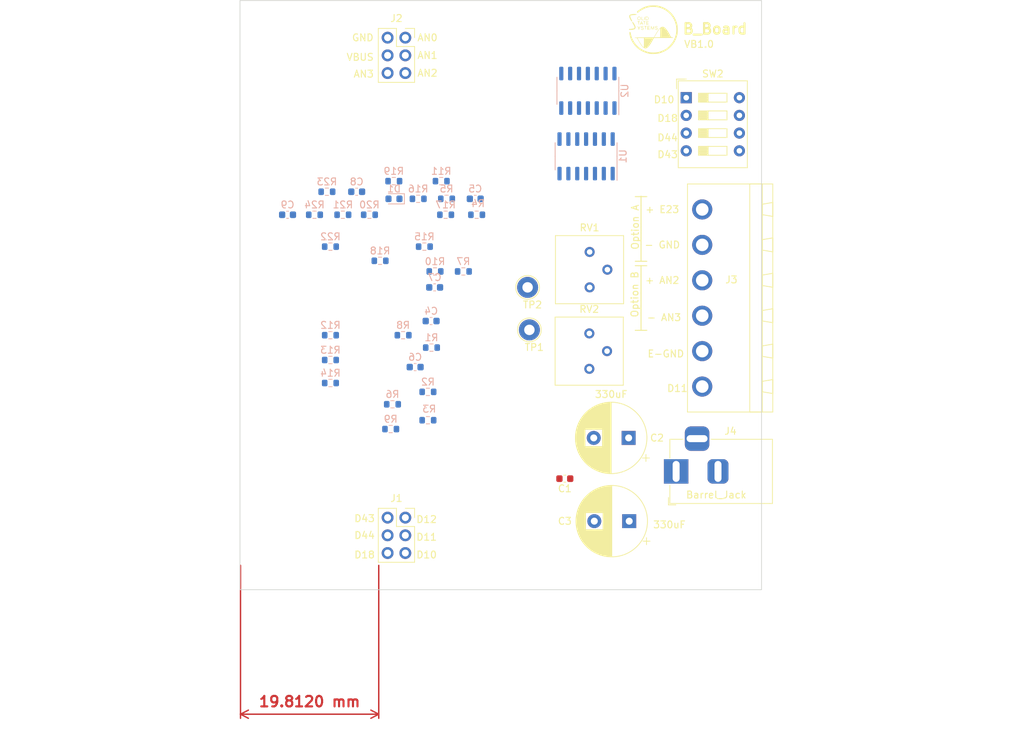
<source format=kicad_pcb>
(kicad_pcb (version 20221018) (generator pcbnew)
  (title_block (title "Bottom Board") (date "2023-03-09") (rev "0"))
  (layers (0 "F.Cu" signal) (31 "B.Cu" signal) (34 "B.Paste" user) (35 "F.Paste" user) (36 "B.SilkS" user "B.Silkscreen") (37 "F.SilkS" user "F.Silkscreen") (38 "B.Mask" user) (39 "F.Mask" user) (44 "Edge.Cuts" user))
  (net 0 "")
  (net 1 "AN3")
  (net 2 "AN2")
  (net 3 "AN1")
  (net 4 "D43")
  (net 5 "D44")
  (net 6 "D18")
  (net 7 "VBUS")
  (net 8 "E60")
  (net 9 "Net-(C4-Pad1)")
  (net 10 "D10")
  (net 11 "D11")
  (net 12 "D12")
  (net 13 "Net-(C4-Pad2)")
  (net 14 "Net-(U1C--)")
  (net 15 "Net-(U1C-+)")
  (net 16 "Net-(U2B-+)")
  (net 17 "Net-(C7-Pad1)")
  (net 18 "Net-(C8-Pad1)")
  (net 19 "Net-(C8-Pad2)")
  (net 20 "Net-(U1A-+)")
  (net 21 "Net-(D1-K)")
  (net 22 "Net-(D1-A)")
  (net 23 "Net-(R2-Pad1)")
  (net 24 "+5V")
  (net 25 "-5V")
  (net 26 "Net-(R3-Pad2)")
  (net 27 "E23_INPUT")
  (net 28 "Net-(U2B--)")
  (net 29 "Net-(R6-Pad2)")
  (net 30 "Net-(R10-Pad1)")
  (net 31 "Net-(R11-Pad2)")
  (net 32 "2x_OUTPUT")
  (net 33 "4x_OUTPUT")
  (net 34 "Net-(R15-Pad2)")
  (net 35 "Net-(U1B--)")
  (net 36 "Net-(U1B-+)")
  (net 37 "Net-(R18-Pad1)")
  (net 38 "Net-(U1D--)")
  (net 39 "Net-(U1A--)")
  (footprint "Capacitor_SMD:C_0603_1608Metric" (layer "F.Cu") (at 146.558 131.572 180)
    (fp_text reference "C1" (at 0 -1.43 180) (layer "F.SilkS"))
    (fp_text value ".1uF")
    (pad "1" smd roundrect (at -0.775 0 180) (size 0.9 0.95) (layers "F.Cu" "F.Paste" "F.Mask") (net 7 "VBUS"))
    (pad "2" smd roundrect (at 0.775 0 180) (size 0.9 0.95) (layers "F.Cu" "F.Paste" "F.Mask") (net 3 "AN1"))
  )
  (footprint "Capacitor_THT:CP_Radial_D10.0mm_P5.00mm" (layer "F.Cu") (at 155.702 125.73 180)
    (fp_text reference "C2" (at -4.064 0 180) (layer "F.SilkS"))
    (fp_text value "330uF" (at 2.5 6.25 180) (layer "F.SilkS"))
    (pad "1" thru_hole rect (at 0 0 180) (size 2 2) (drill 1) (layers "*.Cu" "*.Mask") (net 7 "VBUS"))
    (pad "2" thru_hole circle (at 5 0 180) (size 2 2) (drill 1) (layers "*.Cu" "*.Mask") (net 3 "AN1"))
  )
  (footprint "LOGO" (layer "F.Cu") (at 159.258 67.183)
    (fp_text reference "G***" hide)
    (fp_text value "LOGO" hide)
  )
  (footprint "Capacitor_THT:CP_Radial_D10.0mm_P5.00mm" (layer "F.Cu") (at 155.783677 137.668 180)
    (fp_text reference "C3" (at 9.225677 0 180) (layer "F.SilkS"))
    (fp_text value "330uF" (at -5.760323 -0.508 180) (layer "F.SilkS"))
    (pad "1" thru_hole rect (at 0 0 180) (size 2 2) (drill 1) (layers "*.Cu" "*.Mask") (net 7 "VBUS"))
    (pad "2" thru_hole circle (at 5 0 180) (size 2 2) (drill 1) (layers "*.Cu" "*.Mask") (net 3 "AN1"))
  )
  (footprint "Connector_PinSocket_2.54mm:PinSocket_2x03_P2.54mm_Vertical" (layer "F.Cu") (at 123.698 68.326)
    (fp_text reference "J2" (at -1.27 -2.77) (layer "F.SilkS"))
    (fp_text value "Conn_02x03_Top_Bottom")
    (pad "1" thru_hole circle locked (at 0 0) (size 1.7 1.7) (drill 1) (layers "*.Cu" "*.Mask") (net 32 "2x_OUTPUT"))
    (pad "2" thru_hole oval locked (at -2.54 0) (size 1.7 1.7) (drill 1) (layers "*.Cu" "*.Mask") (net 3 "AN1"))
    (pad "3" thru_hole oval locked (at 0 2.54) (size 1.7 1.7) (drill 1) (layers "*.Cu" "*.Mask") (net 3 "AN1"))
    (pad "4" thru_hole oval locked (at -2.54 2.54) (size 1.7 1.7) (drill 1) (layers "*.Cu" "*.Mask") (net 7 "VBUS"))
    (pad "5" thru_hole oval locked (at 0 5.08) (size 1.7 1.7) (drill 1) (layers "*.Cu" "*.Mask") (net 2 "AN2"))
    (pad "6" thru_hole oval locked (at -2.54 5.08) (size 1.7 1.7) (drill 1) (layers "*.Cu" "*.Mask") (net 1 "AN3"))
  )
  (footprint "Connector_Phoenix_MSTB:PhoenixContact_MSTBA_2,5_6-G-5,08_1x06_P5.08mm_Horizontal" (layer "F.Cu") (at 166.250125 118.364 90)
    (fp_text reference "J3" (at 15.320462 4.183875 180) (layer "F.SilkS"))
    (fp_text value "Screw_Terminal_01x06")
    (pad "1" thru_hole circle locked (at 0 0 90) (size 2.88 2.88) (drill 1.8) (layers "*.Cu" "*.Mask") (net 11 "D11"))
    (pad "2" thru_hole circle locked (at 5.08 0 90) (size 2.88 2.88) (drill 1.8) (layers "*.Cu" "*.Mask") (net 3 "AN1"))
    (pad "3" thru_hole circle locked (at 10.16 0 90) (size 2.88 2.88) (drill 1.8) (layers "*.Cu" "*.Mask") (net 1 "AN3"))
    (pad "4" thru_hole circle locked (at 15.24 0 90) (size 2.88 2.88) (drill 1.8) (layers "*.Cu" "*.Mask") (net 2 "AN2"))
    (pad "5" thru_hole circle locked (at 20.32 0 90) (size 2.88 2.88) (drill 1.8) (layers "*.Cu" "*.Mask") (net 3 "AN1"))
    (pad "6" thru_hole circle locked (at 25.4 0 90) (size 2.88 2.88) (drill 1.8) (layers "*.Cu" "*.Mask") (net 27 "E23_INPUT"))
  )
  (footprint "TestPoint:TestPoint_Loop_D2.54mm_Drill1.5mm_Beaded" (layer "F.Cu") (at 141.478 110.236)
    (fp_text reference "TP1" (at 0.7 2.5) (layer "F.SilkS"))
    (fp_text value ".75 Vdc")
    (pad "1" thru_hole circle (at 0 0) (size 3 3) (drill 1.5) (layers "*.Cu" "*.Mask") (net 9 "Net-(C4-Pad1)"))
  )
  (footprint "Connector_PinSocket_2.54mm:PinSocket_2x03_P2.54mm_Vertical" (layer "F.Cu") (at 123.698 137.16)
    (fp_text reference "J1" (at -1.27 -2.77) (layer "F.SilkS"))
    (fp_text value "Conn_02x03_Top_Bottom")
    (pad "1" thru_hole circle locked (at 0 0) (size 1.7 1.7) (drill 1) (layers "*.Cu" "*.Mask") (net 12 "D12"))
    (pad "2" thru_hole oval locked (at -2.54 0) (size 1.7 1.7) (drill 1) (layers "*.Cu" "*.Mask") (net 4 "D43"))
    (pad "3" thru_hole oval locked (at 0 2.54) (size 1.7 1.7) (drill 1) (layers "*.Cu" "*.Mask") (net 11 "D11"))
    (pad "4" thru_hole oval locked (at -2.54 2.54) (size 1.7 1.7) (drill 1) (layers "*.Cu" "*.Mask") (net 5 "D44"))
    (pad "5" thru_hole oval locked (at 0 5.08) (size 1.7 1.7) (drill 1) (layers "*.Cu" "*.Mask") (net 10 "D10"))
    (pad "6" thru_hole oval locked (at -2.54 5.08) (size 1.7 1.7) (drill 1) (layers "*.Cu" "*.Mask") (net 6 "D18"))
  )
  (footprint "Potentiometer_THT:Potentiometer_Bourns_3386P_Vertical" (layer "F.Cu") (at 150.07 115.824)
    (fp_text reference "RV2" (at -0.015 -8.555) (layer "F.SilkS"))
    (fp_text value "20K")
    (pad "1" thru_hole circle (at 0 0) (size 1.44 1.44) (drill 0.8) (layers "*.Cu" "*.Mask") (net 34 "Net-(R15-Pad2)"))
    (pad "2" thru_hole circle (at 2.54 -2.54) (size 1.44 1.44) (drill 0.8) (layers "*.Cu" "*.Mask") (net 35 "Net-(U1B--)"))
    (pad "3" thru_hole circle (at 0 -5.08) (size 1.44 1.44) (drill 0.8) (layers "*.Cu" "*.Mask") (net 37 "Net-(R18-Pad1)"))
  )
  (footprint "Button_Switch_THT:SW_DIP_SPSTx04_Slide_9.78x12.34mm_W7.62mm_P2.54mm" (layer "F.Cu") (at 163.957 76.93323)
    (fp_text reference "SW2" (at 3.81 -3.42) (layer "F.SilkS"))
    (fp_text value "SW_DIP_x04")
    (pad "1" thru_hole rect locked (at 0 0) (size 1.6 1.6) (drill 0.8) (layers "*.Cu" "*.Mask") (net 10 "D10"))
    (pad "2" thru_hole oval locked (at 0 2.54) (size 1.6 1.6) (drill 0.8) (layers "*.Cu" "*.Mask") (net 6 "D18"))
    (pad "3" thru_hole oval locked (at 0 5.08) (size 1.6 1.6) (drill 0.8) (layers "*.Cu" "*.Mask") (net 5 "D44"))
    (pad "4" thru_hole oval locked (at 0 7.62) (size 1.6 1.6) (drill 0.8) (layers "*.Cu" "*.Mask") (net 4 "D43"))
    (pad "5" thru_hole oval locked (at 7.62 7.62) (size 1.6 1.6) (drill 0.8) (layers "*.Cu" "*.Mask") (net 3 "AN1"))
    (pad "6" thru_hole oval locked (at 7.62 5.08) (size 1.6 1.6) (drill 0.8) (layers "*.Cu" "*.Mask") (net 3 "AN1"))
    (pad "7" thru_hole oval locked (at 7.62 2.54) (size 1.6 1.6) (drill 0.8) (layers "*.Cu" "*.Mask") (net 3 "AN1"))
    (pad "8" thru_hole oval locked (at 7.62 0) (size 1.6 1.6) (drill 0.8) (layers "*.Cu" "*.Mask") (net 3 "AN1"))
  )
  (footprint "TestPoint:TestPoint_Loop_D2.54mm_Drill1.5mm_Beaded" (layer "F.Cu") (at 141.224 104.14)
    (fp_text reference "TP2" (at 0.7 2.5) (layer "F.SilkS"))
    (fp_text value ".55 Vdc")
    (pad "1" thru_hole circle (at 0 0) (size 3 3) (drill 1.5) (layers "*.Cu" "*.Mask") (net 38 "Net-(U1D--)"))
  )
  (footprint "Potentiometer_THT:Potentiometer_Bourns_3386P_Vertical" (layer "F.Cu") (at 150.114 104.14)
    (fp_text reference "RV1" (at -0.015 -8.555) (layer "F.SilkS"))
    (fp_text value "20K")
    (pad "1" thru_hole circle (at 0 0) (size 1.44 1.44) (drill 0.8) (layers "*.Cu" "*.Mask") (net 23 "Net-(R2-Pad1)"))
    (pad "2" thru_hole circle (at 2.54 -2.54) (size 1.44 1.44) (drill 0.8) (layers "*.Cu" "*.Mask") (net 29 "Net-(R6-Pad2)"))
    (pad "3" thru_hole circle (at 0 -5.08) (size 1.44 1.44) (drill 0.8) (layers "*.Cu" "*.Mask") (net 26 "Net-(R3-Pad2)"))
  )
  (footprint "Connector_BarrelJack:BarrelJack_Horizontal" (layer "F.Cu") (at 162.510337 130.533256 180)
    (fp_text reference "J4" (at -7.796663 5.772718 180) (layer "F.SilkS"))
    (fp_text value "Barrel_Jack" (at -5.746 -3.3605) (layer "F.SilkS"))
    (pad "1" thru_hole rect locked (at 0 0 180) (size 3.5 3.5) (drill oval 1 3) (layers "*.Cu" "*.Mask") (net 7 "VBUS"))
    (pad "2" thru_hole roundrect locked (at -6 0 180) (size 3 3.5) (drill oval 1 3) (layers "*.Cu" "*.Mask") (net 3 "AN1"))
    (pad "3" thru_hole roundrect locked (at -3 4.7 180) (size 3.5 3.5) (drill oval 3 1) (layers "*.Cu" "*.Mask") (net 3 "AN1"))
  )
  (footprint "Resistor_SMD:R_0603_1608Metric" (layer "B.Cu") (at 122.046 88.9 180)
    (fp_text reference "R19" (at 0 1.43) (layer "B.SilkS") (effects (justify mirror)))
    (fp_text value "10K")
    (pad "1" smd roundrect (at -0.825 0 180) (size 0.8 0.95) (layers "B.Cu" "B.Paste" "B.Mask") (net 35 "Net-(U1B--)"))
    (pad "2" smd roundrect (at 0.825 0 180) (size 0.8 0.95) (layers "B.Cu" "B.Paste" "B.Mask") (net 21 "Net-(D1-K)"))
  )
  (footprint "Resistor_SMD:R_0603_1608Metric" (layer "B.Cu") (at 128.841 88.9 180)
    (fp_text reference "R11" (at 0 1.43) (layer "B.SilkS") (effects (justify mirror)))
    (fp_text value "110K")
    (pad "1" smd roundrect (at -0.825 0 180) (size 0.8 0.95) (layers "B.Cu" "B.Paste" "B.Mask") (net 14 "Net-(U1C--)"))
    (pad "2" smd roundrect (at 0.825 0 180) (size 0.8 0.95) (layers "B.Cu" "B.Paste" "B.Mask") (net 31 "Net-(R11-Pad2)"))
  )
  (footprint "Capacitor_SMD:C_0603_1608Metric" (layer "B.Cu") (at 127.393 108.966 180)
    (fp_text reference "C4" (at 0 1.43) (layer "B.SilkS") (effects (justify mirror)))
    (fp_text value "0.1uF")
    (pad "1" smd roundrect (at -0.775 0 180) (size 0.9 0.95) (layers "B.Cu" "B.Paste" "B.Mask") (net 9 "Net-(C4-Pad1)"))
    (pad "2" smd roundrect (at 0.775 0 180) (size 0.9 0.95) (layers "B.Cu" "B.Paste" "B.Mask") (net 13 "Net-(C4-Pad2)"))
  )
  (footprint "Resistor_SMD:R_0603_1608Metric" (layer "B.Cu") (at 112.965 98.298 180)
    (fp_text reference "R22" (at 0 1.43) (layer "B.SilkS") (effects (justify mirror)))
    (fp_text value "80.6K")
    (pad "1" smd roundrect (at -0.825 0 180) (size 0.8 0.95) (layers "B.Cu" "B.Paste" "B.Mask") (net 13 "Net-(C4-Pad2)"))
    (pad "2" smd roundrect (at 0.825 0 180) (size 0.8 0.95) (layers "B.Cu" "B.Paste" "B.Mask") (net 39 "Net-(U1A--)"))
  )
  (footprint "Capacitor_SMD:C_0603_1608Metric" (layer "B.Cu") (at 116.725 90.424 180)
    (fp_text reference "C8" (at 0 1.43) (layer "B.SilkS") (effects (justify mirror)))
    (fp_text value ".1uF")
    (pad "1" smd roundrect (at -0.775 0 180) (size 0.9 0.95) (layers "B.Cu" "B.Paste" "B.Mask") (net 18 "Net-(C8-Pad1)"))
    (pad "2" smd roundrect (at 0.775 0 180) (size 0.9 0.95) (layers "B.Cu" "B.Paste" "B.Mask") (net 19 "Net-(C8-Pad2)"))
  )
  (footprint "Package_SO:SOIC-14_3.9x8.7mm_P1.27mm" (layer "B.Cu") (at 149.606 85.344 90)
    (fp_text reference "U1" (at 0 5.28 90) (layer "B.SilkS") (effects (justify mirror)))
    (fp_text value "LM324")
    (pad "1" smd roundrect (at -2.475 3.81 90) (size 1.95 0.6) (layers "B.Cu" "B.Paste" "B.Mask") (net 18 "Net-(C8-Pad1)"))
    (pad "2" smd roundrect (at -2.475 2.54 90) (size 1.95 0.6) (layers "B.Cu" "B.Paste" "B.Mask") (net 39 "Net-(U1A--)"))
    (pad "3" smd roundrect (at -2.475 1.27 90) (size 1.95 0.6) (layers "B.Cu" "B.Paste" "B.Mask") (net 20 "Net-(U1A-+)"))
    (pad "4" smd roundrect (at -2.475 0 90) (size 1.95 0.6) (layers "B.Cu" "B.Paste" "B.Mask") (net 24 "+5V"))
    (pad "5" smd roundrect (at -2.475 -1.27 90) (size 1.95 0.6) (layers "B.Cu" "B.Paste" "B.Mask") (net 36 "Net-(U1B-+)"))
    (pad "6" smd roundrect (at -2.475 -2.54 90) (size 1.95 0.6) (layers "B.Cu" "B.Paste" "B.Mask") (net 35 "Net-(U1B--)"))
    (pad "7" smd roundrect (at -2.475 -3.81 90) (size 1.95 0.6) (layers "B.Cu" "B.Paste" "B.Mask") (net 22 "Net-(D1-A)"))
    (pad "8" smd roundrect (at 2.475 -3.81 90) (size 1.95 0.6) (layers "B.Cu" "B.Paste" "B.Mask") (net 31 "Net-(R11-Pad2)"))
    (pad "9" smd roundrect (at 2.475 -2.54 90) (size 1.95 0.6) (layers "B.Cu" "B.Paste" "B.Mask") (net 14 "Net-(U1C--)"))
    (pad "10" smd roundrect (at 2.475 -1.27 90) (size 1.95 0.6) (layers "B.Cu" "B.Paste" "B.Mask") (net 15 "Net-(U1C-+)"))
    (pad "11" smd roundrect (at 2.475 0 90) (size 1.95 0.6) (layers "B.Cu" "B.Paste" "B.Mask") (net 25 "-5V"))
    (pad "12" smd roundrect (at 2.475 1.27 90) (size 1.95 0.6) (layers "B.Cu" "B.Paste" "B.Mask") (net 21 "Net-(D1-K)"))
    (pad "13" smd roundrect (at 2.475 2.54 90) (size 1.95 0.6) (layers "B.Cu" "B.Paste" "B.Mask") (net 38 "Net-(U1D--)"))
    (pad "14" smd roundrect (at 2.475 3.81 90) (size 1.95 0.6) (layers "B.Cu" "B.Paste" "B.Mask") (net 38 "Net-(U1D--)"))
  )
  (footprint "Resistor_SMD:R_0603_1608Metric" (layer "B.Cu") (at 133.921 93.726 180)
    (fp_text reference "R4" (at -0.191 1.614) (layer "B.SilkS") (effects (justify mirror)))
    (fp_text value "30.1K")
    (pad "1" smd roundrect (at -0.825 0 180) (size 0.8 0.95) (layers "B.Cu" "B.Paste" "B.Mask") (net 27 "E23_INPUT"))
    (pad "2" smd roundrect (at 0.825 0 180) (size 0.8 0.95) (layers "B.Cu" "B.Paste" "B.Mask") (net 8 "E60"))
  )
  (footprint "Resistor_SMD:R_0603_1608Metric" (layer "B.Cu") (at 112.965 117.856 180)
    (fp_text reference "R14" (at 0 1.43) (layer "B.SilkS") (effects (justify mirror)))
    (fp_text value "10K")
    (pad "1" smd roundrect (at -0.825 0 180) (size 0.8 0.95) (layers "B.Cu" "B.Paste" "B.Mask") (net 8 "E60"))
    (pad "2" smd roundrect (at 0.825 0 180) (size 0.8 0.95) (layers "B.Cu" "B.Paste" "B.Mask") (net 33 "4x_OUTPUT"))
  )
  (footprint "Package_SO:SOIC-14_3.9x8.7mm_P1.27mm" (layer "B.Cu") (at 149.86 75.946 90)
    (fp_text reference "U2" (at 0 5.28 90) (layer "B.SilkS") (effects (justify mirror)))
    (fp_text value "LM324")
    (pad "1" smd roundrect (at -2.475 3.81 90) (size 1.95 0.6) (layers "B.Cu" "B.Paste" "B.Mask"))
    (pad "2" smd roundrect (at -2.475 2.54 90) (size 1.95 0.6) (layers "B.Cu" "B.Paste" "B.Mask"))
    (pad "3" smd roundrect (at -2.475 1.27 90) (size 1.95 0.6) (layers "B.Cu" "B.Paste" "B.Mask"))
    (pad "4" smd roundrect (at -2.475 0 90) (size 1.95 0.6) (layers "B.Cu" "B.Paste" "B.Mask") (net 24 "+5V"))
    (pad "5" smd roundrect (at -2.475 -1.27 90) (size 1.95 0.6) (layers "B.Cu" "B.Paste" "B.Mask") (net 16 "Net-(U2B-+)"))
    (pad "6" smd roundrect (at -2.475 -2.54 90) (size 1.95 0.6) (layers "B.Cu" "B.Paste" "B.Mask") (net 28 "Net-(U2B--)"))
    (pad "7" smd roundrect (at -2.475 -3.81 90) (size 1.95 0.6) (layers "B.Cu" "B.Paste" "B.Mask") (net 9 "Net-(C4-Pad1)"))
    (pad "8" smd roundrect (at 2.475 -3.81 90) (size 1.95 0.6) (layers "B.Cu" "B.Paste" "B.Mask"))
    (pad "9" smd roundrect (at 2.475 -2.54 90) (size 1.95 0.6) (layers "B.Cu" "B.Paste" "B.Mask"))
    (pad "10" smd roundrect (at 2.475 -1.27 90) (size 1.95 0.6) (layers "B.Cu" "B.Paste" "B.Mask"))
    (pad "11" smd roundrect (at 2.475 0 90) (size 1.95 0.6) (layers "B.Cu" "B.Paste" "B.Mask") (net 25 "-5V"))
    (pad "12" smd roundrect (at 2.475 1.27 90) (size 1.95 0.6) (layers "B.Cu" "B.Paste" "B.Mask"))
    (pad "13" smd roundrect (at 2.475 2.54 90) (size 1.95 0.6) (layers "B.Cu" "B.Paste" "B.Mask"))
    (pad "14" smd roundrect (at 2.475 3.81 90) (size 1.95 0.6) (layers "B.Cu" "B.Paste" "B.Mask"))
  )
  (footprint "Resistor_SMD:R_0603_1608Metric" (layer "B.Cu") (at 112.965 110.998 180)
    (fp_text reference "R12" (at 0 1.43) (layer "B.SilkS") (effects (justify mirror)))
    (fp_text value "16.2K")
    (pad "1" smd roundrect (at -0.825 0 180) (size 0.8 0.95) (layers "B.Cu" "B.Paste" "B.Mask") (net 32 "2x_OUTPUT"))
    (pad "2" smd roundrect (at 0.825 0 180) (size 0.8 0.95) (layers "B.Cu" "B.Paste" "B.Mask") (net 9 "Net-(C4-Pad1)"))
  )
  (footprint "Resistor_SMD:R_0603_1608Metric" (layer "B.Cu") (at 120.077 100.33 180)
    (fp_text reference "R18" (at 0 1.43) (layer "B.SilkS") (effects (justify mirror)))
    (fp_text value "22K")
    (pad "1" smd roundrect (at -0.825 0 180) (size 0.8 0.95) (layers "B.Cu" "B.Paste" "B.Mask") (net 37 "Net-(R18-Pad1)"))
    (pad "2" smd roundrect (at 0.825 0 180) (size 0.8 0.95) (layers "B.Cu" "B.Paste" "B.Mask") (net 25 "-5V"))
  )
  (footprint "Resistor_SMD:R_0603_1608Metric" (layer "B.Cu") (at 127.951 101.854 180)
    (fp_text reference "R10" (at 0 1.43) (layer "B.SilkS") (effects (justify mirror)))
    (fp_text value "187K")
    (pad "1" smd roundrect (at -0.825 0 180) (size 0.8 0.95) (layers "B.Cu" "B.Paste" "B.Mask") (net 30 "Net-(R10-Pad1)"))
    (pad "2" smd roundrect (at 0.825 0 180) (size 0.8 0.95) (layers "B.Cu" "B.Paste" "B.Mask") (net 17 "Net-(C7-Pad1)"))
  )
  (footprint "Resistor_SMD:R_0603_1608Metric" (layer "B.Cu") (at 118.553 93.726 180)
    (fp_text reference "R20" (at 0 1.43) (layer "B.SilkS") (effects (justify mirror)))
    (fp_text value "80.6K")
    (pad "1" smd roundrect (at -0.825 0 180) (size 0.8 0.95) (layers "B.Cu" "B.Paste" "B.Mask") (net 38 "Net-(U1D--)"))
    (pad "2" smd roundrect (at 0.825 0 180) (size 0.8 0.95) (layers "B.Cu" "B.Paste" "B.Mask") (net 19 "Net-(C8-Pad2)"))
  )
  (footprint "Resistor_SMD:R_0603_1608Metric" (layer "B.Cu") (at 126.935 119.126 180)
    (fp_text reference "R2" (at 0 1.43) (layer "B.SilkS") (effects (justify mirror)))
    (fp_text value "4.7K")
    (pad "1" smd roundrect (at -0.825 0 180) (size 0.8 0.95) (layers "B.Cu" "B.Paste" "B.Mask") (net 23 "Net-(R2-Pad1)"))
    (pad "2" smd roundrect (at 0.825 0 180) (size 0.8 0.95) (layers "B.Cu" "B.Paste" "B.Mask") (net 24 "+5V"))
  )
  (footprint "Resistor_SMD:R_0603_1608Metric" (layer "B.Cu") (at 121.601 124.46 180)
    (fp_text reference "R9" (at 0 1.43) (layer "B.SilkS") (effects (justify mirror)))
    (fp_text value "10K")
    (pad "1" smd roundrect (at -0.825 0 180) (size 0.8 0.95) (layers "B.Cu" "B.Paste" "B.Mask") (net 8 "E60"))
    (pad "2" smd roundrect (at 0.825 0 180) (size 0.8 0.95) (layers "B.Cu" "B.Paste" "B.Mask") (net 28 "Net-(U2B--)"))
  )
  (footprint "Resistor_SMD:R_0603_1608Metric" (layer "B.Cu") (at 132.015 101.854 180)
    (fp_text reference "R7" (at 0 1.43) (layer "B.SilkS") (effects (justify mirror)))
    (fp_text value "25.5K")
    (pad "1" smd roundrect (at -0.825 0 180) (size 0.8 0.95) (layers "B.Cu" "B.Paste" "B.Mask") (net 30 "Net-(R10-Pad1)"))
    (pad "2" smd roundrect (at 0.825 0 180) (size 0.8 0.95) (layers "B.Cu" "B.Paste" "B.Mask") (net 8 "E60"))
  )
  (footprint "Capacitor_SMD:C_0603_1608Metric" (layer "B.Cu") (at 125.107 115.57 180)
    (fp_text reference "C6" (at 0 1.43) (layer "B.SilkS") (effects (justify mirror)))
    (fp_text value "0.1uF")
    (pad "1" smd roundrect (at -0.775 0 180) (size 0.9 0.95) (layers "B.Cu" "B.Paste" "B.Mask") (net 8 "E60"))
    (pad "2" smd roundrect (at 0.775 0 180) (size 0.9 0.95) (layers "B.Cu" "B.Paste" "B.Mask") (net 16 "Net-(U2B-+)"))
  )
  (footprint "Capacitor_SMD:C_0603_1608Metric" (layer "B.Cu") (at 106.819 93.726 180)
    (fp_text reference "C9" (at 0 1.43) (layer "B.SilkS") (effects (justify mirror)))
    (fp_text value ".1uF")
    (pad "1" smd roundrect (at -0.775 0 180) (size 0.9 0.95) (layers "B.Cu" "B.Paste" "B.Mask") (net 20 "Net-(U1A-+)"))
    (pad "2" smd roundrect (at 0.775 0 180) (size 0.9 0.95) (layers "B.Cu" "B.Paste" "B.Mask") (net 8 "E60"))
  )
  (footprint "Resistor_SMD:R_0603_1608Metric" (layer "B.Cu") (at 125.539 91.44 180)
    (fp_text reference "R16" (at 0 1.43) (layer "B.SilkS") (effects (justify mirror)))
    (fp_text value "10K")
    (pad "1" smd roundrect (at -0.825 0 180) (size 0.8 0.95) (layers "B.Cu" "B.Paste" "B.Mask") (net 31 "Net-(R11-Pad2)"))
    (pad "2" smd roundrect (at 0.825 0 180) (size 0.8 0.95) (layers "B.Cu" "B.Paste" "B.Mask") (net 35 "Net-(U1B--)"))
  )
  (footprint "Resistor_SMD:R_0603_1608Metric" (layer "B.Cu") (at 121.855 120.904 180)
    (fp_text reference "R6" (at 0 1.43) (layer "B.SilkS") (effects (justify mirror)))
    (fp_text value "1M")
    (pad "1" smd roundrect (at -0.825 0 180) (size 0.8 0.95) (layers "B.Cu" "B.Paste" "B.Mask") (net 28 "Net-(U2B--)"))
    (pad "2" smd roundrect (at 0.825 0 180) (size 0.8 0.95) (layers "B.Cu" "B.Paste" "B.Mask") (net 29 "Net-(R6-Pad2)"))
  )
  (footprint "Resistor_SMD:R_0603_1608Metric" (layer "B.Cu") (at 127.443 112.776 180)
    (fp_text reference "R1" (at 0 1.43) (layer "B.SilkS") (effects (justify mirror)))
    (fp_text value "80.6K")
    (pad "1" smd roundrect (at -0.825 0 180) (size 0.8 0.95) (layers "B.Cu" "B.Paste" "B.Mask") (net 13 "Net-(C4-Pad2)"))
    (pad "2" smd roundrect (at 0.825 0 180) (size 0.8 0.95) (layers "B.Cu" "B.Paste" "B.Mask") (net 16 "Net-(U2B-+)"))
  )
  (footprint "Resistor_SMD:R_0603_1608Metric" (layer "B.Cu") (at 126.935 123.19 180)
    (fp_text reference "R3" (at -0.191 1.614) (layer "B.SilkS") (effects (justify mirror)))
    (fp_text value "10K")
    (pad "1" smd roundrect (at -0.825 0 180) (size 0.8 0.95) (layers "B.Cu" "B.Paste" "B.Mask") (net 25 "-5V"))
    (pad "2" smd roundrect (at 0.825 0 180) (size 0.8 0.95) (layers "B.Cu" "B.Paste" "B.Mask") (net 26 "Net-(R3-Pad2)"))
  )
  (footprint "Resistor_SMD:R_0603_1608Metric" (layer "B.Cu") (at 110.679 93.726 180)
    (fp_text reference "R24" (at 0 1.43) (layer "B.SilkS") (effects (justify mirror)))
    (fp_text value "10K")
    (pad "1" smd roundrect (at -0.825 0 180) (size 0.8 0.95) (layers "B.Cu" "B.Paste" "B.Mask") (net 39 "Net-(U1A--)"))
    (pad "2" smd roundrect (at 0.825 0 180) (size 0.8 0.95) (layers "B.Cu" "B.Paste" "B.Mask") (net 8 "E60"))
  )
  (footprint "Diode_SMD:D_0603_1608Metric" (layer "B.Cu") (at 122.0715 91.44 180)
    (fp_text reference "D1" (at 0 1.43) (layer "B.SilkS") (effects (justify mirror)))
    (fp_text value "1N914")
    (pad "1" smd roundrect (at -0.7875 0 180) (size 0.875 0.95) (layers "B.Cu" "B.Paste" "B.Mask") (net 21 "Net-(D1-K)"))
    (pad "2" smd roundrect (at 0.7875 0 180) (size 0.875 0.95) (layers "B.Cu" "B.Paste" "B.Mask") (net 22 "Net-(D1-A)"))
  )
  (footprint "Resistor_SMD:R_0603_1608Metric" (layer "B.Cu") (at 126.427 98.298 180)
    (fp_text reference "R15" (at 0 1.43) (layer "B.SilkS") (effects (justify mirror)))
    (fp_text value "22K")
    (pad "1" smd roundrect (at -0.825 0 180) (size 0.8 0.95) (layers "B.Cu" "B.Paste" "B.Mask") (net 24 "+5V"))
    (pad "2" smd roundrect (at 0.825 0 180) (size 0.8 0.95) (layers "B.Cu" "B.Paste" "B.Mask") (net 34 "Net-(R15-Pad2)"))
  )
  (footprint "Capacitor_SMD:C_0603_1608Metric" (layer "B.Cu") (at 127.901 104.14 180)
    (fp_text reference "C7" (at 0 1.43) (layer "B.SilkS") (effects (justify mirror)))
    (fp_text value "0.1 uF")
    (pad "1" smd roundrect (at -0.775 0 180) (size 0.9 0.95) (layers "B.Cu" "B.Paste" "B.Mask") (net 17 "Net-(C7-Pad1)"))
    (pad "2" smd roundrect (at 0.775 0 180) (size 0.9 0.95) (layers "B.Cu" "B.Paste" "B.Mask") (net 8 "E60"))
  )
  (footprint "Resistor_SMD:R_0603_1608Metric" (layer "B.Cu") (at 114.743 93.726 180)
    (fp_text reference "R21" (at 0 1.43) (layer "B.SilkS") (effects (justify mirror)))
    (fp_text value "80.6K")
    (pad "1" smd roundrect (at -0.825 0 180) (size 0.8 0.95) (layers "B.Cu" "B.Paste" "B.Mask") (net 19 "Net-(C8-Pad2)"))
    (pad "2" smd roundrect (at 0.825 0 180) (size 0.8 0.95) (layers "B.Cu" "B.Paste" "B.Mask") (net 20 "Net-(U1A-+)"))
  )
  (footprint "Resistor_SMD:R_0603_1608Metric" (layer "B.Cu") (at 123.379 110.998 180)
    (fp_text reference "R8" (at 0 1.43) (layer "B.SilkS") (effects (justify mirror)))
    (fp_text value "3.65K")
    (pad "1" smd roundrect (at -0.825 0 180) (size 0.8 0.95) (layers "B.Cu" "B.Paste" "B.Mask") (net 28 "Net-(U2B--)"))
    (pad "2" smd roundrect (at 0.825 0 180) (size 0.8 0.95) (layers "B.Cu" "B.Paste" "B.Mask") (net 9 "Net-(C4-Pad1)"))
  )
  (footprint "Capacitor_SMD:C_0603_1608Metric" (layer "B.Cu") (at 133.717 91.44 180)
    (fp_text reference "C5" (at 0 1.43) (layer "B.SilkS") (effects (justify mirror)))
    (fp_text value ".002uF")
    (pad "1" smd roundrect (at -0.775 0 180) (size 0.9 0.95) (layers "B.Cu" "B.Paste" "B.Mask") (net 14 "Net-(U1C--)"))
    (pad "2" smd roundrect (at 0.775 0 180) (size 0.9 0.95) (layers "B.Cu" "B.Paste" "B.Mask") (net 15 "Net-(U1C-+)"))
  )
  (footprint "Resistor_SMD:R_0603_1608Metric" (layer "B.Cu") (at 112.965 114.554 180)
    (fp_text reference "R13" (at 0 1.43) (layer "B.SilkS") (effects (justify mirror)))
    (fp_text value "10K")
    (pad "1" smd roundrect (at -0.825 0 180) (size 0.8 0.95) (layers "B.Cu" "B.Paste" "B.Mask") (net 33 "4x_OUTPUT"))
    (pad "2" smd roundrect (at 0.825 0 180) (size 0.8 0.95) (layers "B.Cu" "B.Paste" "B.Mask") (net 32 "2x_OUTPUT"))
  )
  (footprint "Resistor_SMD:R_0603_1608Metric" (layer "B.Cu") (at 112.457 90.424 180)
    (fp_text reference "R23" (at 0 1.43) (layer "B.SilkS") (effects (justify mirror)))
    (fp_text value "1.82K")
    (pad "1" smd roundrect (at -0.825 0 180) (size 0.8 0.95) (layers "B.Cu" "B.Paste" "B.Mask") (net 39 "Net-(U1A--)"))
    (pad "2" smd roundrect (at 0.825 0 180) (size 0.8 0.95) (layers "B.Cu" "B.Paste" "B.Mask") (net 18 "Net-(C8-Pad1)"))
  )
  (footprint "Resistor_SMD:R_0603_1608Metric" (layer "B.Cu") (at 129.603 91.44 180)
    (fp_text reference "R5" (at 0 1.43) (layer "B.SilkS") (effects (justify mirror)))
    (fp_text value "20K")
    (pad "1" smd roundrect (at -0.825 0 180) (size 0.8 0.95) (layers "B.Cu" "B.Paste" "B.Mask") (net 27 "E23_INPUT"))
    (pad "2" smd roundrect (at 0.825 0 180) (size 0.8 0.95) (layers "B.Cu" "B.Paste" "B.Mask") (net 15 "Net-(U1C-+)"))
  )
  (footprint "Resistor_SMD:R_0603_1608Metric" (layer "B.Cu") (at 129.475 93.726 180)
    (fp_text reference "R17" (at 0 1.43) (layer "B.SilkS") (effects (justify mirror)))
    (fp_text value "4.7K")
    (pad "1" smd roundrect (at -0.825 0 180) (size 0.8 0.95) (layers "B.Cu" "B.Paste" "B.Mask") (net 36 "Net-(U1B-+)"))
    (pad "2" smd roundrect (at 0.825 0 180) (size 0.8 0.95) (layers "B.Cu" "B.Paste" "B.Mask") (net 8 "E60"))
  )
  (gr_line (start 158.3055 101.0285) (end 156.6545 101.0285) (stroke (width 0.15)) (layer "F.SilkS"))
  (gr_line (start 158.3055 110.2995) (end 156.6545 110.2995) (stroke (width 0.15)) (layer "F.SilkS"))
  (gr_line (start 158.3055 100.3935) (end 156.6545 100.3935) (stroke (width 0.15)) (layer "F.SilkS"))
  (gr_line (start 157.48 100.33) (end 157.48 91.059) (stroke (width 0.15)) (layer "F.SilkS"))
  (gr_line (start 157.48 110.2995) (end 157.48 101.0285) (stroke (width 0.15)) (layer "F.SilkS"))
  (gr_line (start 158.3055 91.1225) (end 156.6545 91.1225) (stroke (width 0.15)) (layer "F.SilkS"))
  (gr_rect (start 100 63) (end 174.75 147.5) (stroke (width 0.1)) (fill none) (layer "Edge.Cuts"))
  (gr_text "VBUS" (at 117.221 71.12) (layer "F.SilkS") (effects (font (size 1 1))))
  (gr_text "VB1.0" (at 163.576 69.85) (layer "F.SilkS") (effects (font (size 1 1)) (justify left bottom)))
  (gr_text "D10" (at 126.746 142.494) (layer "F.SilkS") (effects (font (size 1 1))))
  (gr_text "Option B" (at 157.1625 108.5215 90) (layer "F.SilkS") (effects (font (size 1 1)) (justify left bottom)))
  (gr_text "GND" (at 117.602 68.326) (layer "F.SilkS") (effects (font (size 1 1))))
  (gr_text "AN2" (at 126.873 73.406) (layer "F.SilkS") (effects (font (size 1 1))))
  (gr_text "D18" (at 161.29 79.883) (layer "F.SilkS") (effects (font (size 1 1))))
  (gr_text "AN1" (at 126.873 70.866) (layer "F.SilkS") (effects (font (size 1 1))))
  (gr_text "B_Board" (at 163.322 67.945) (layer "F.SilkS") (effects (font (size 1.5 1.5) (thickness 0.3) bold) (justify left bottom)))
  (gr_text "D10" (at 160.782 77.216) (layer "F.SilkS") (effects (font (size 1 1))))
  (gr_text "AN3" (at 117.729 73.533) (layer "F.SilkS") (effects (font (size 1 1))))
  (gr_text "D43" (at 161.29 85.09) (layer "F.SilkS") (effects (font (size 1 1))))
  (gr_text "Option A" (at 157.226 98.806 90) (layer "F.SilkS") (effects (font (size 1 1)) (justify left bottom)))
  (gr_text "D11" (at 126.746 139.954) (layer "F.SilkS") (effects (font (size 1 1))))
  (gr_text "D18" (at 117.856 142.494) (layer "F.SilkS") (effects (font (size 1 1))))
  (gr_text "E-GND" (at 161.036 113.665) (layer "F.SilkS") (effects (font (size 1 1))))
  (gr_text "D11" (at 162.687 118.618) (layer "F.SilkS") (effects (font (size 1 1))))
  (gr_text "+ AN2" (at 160.528 103.124) (layer "F.SilkS") (effects (font (size 1 1))))
  (gr_text "AN0" (at 126.873 68.326) (layer "F.SilkS") (effects (font (size 1 1))))
  (gr_text "- AN3" (at 160.782 108.458) (layer "F.SilkS") (effects (font (size 1 1))))
  (gr_text "D44" (at 117.856 139.7) (layer "F.SilkS") (effects (font (size 1 1))))
  (gr_text "D12" (at 126.746 137.414) (layer "F.SilkS") (effects (font (size 1 1))))
  (gr_text "D44" (at 161.29 82.677) (layer "F.SilkS") (effects (font (size 1 1))))
  (gr_text "+ E23" (at 160.528 92.964) (layer "F.SilkS") (effects (font (size 1 1))))
  (gr_text "D43" (at 117.856 137.287) (layer "F.SilkS") (effects (font (size 1 1))))
  (gr_text "- GND" (at 160.528 98.044) (layer "F.SilkS") (effects (font (size 1 1))))
  (dimension (type aligned) (layer "F.Cu") (pts (xy 100.076 143.51) (xy 119.888 143.51)) (height 21.844) (gr_text "19.8120 mm" (at 109.982 163.554) (layer "F.Cu") (effects (font (size 1.5 1.5) (thickness 0.3)))) (format (prefix "") (suffix "") (units 3) (units_format 1) (precision 4)) (style (thickness 0.2) (arrow_length 1.27) (text_position_mode 0) (extension_height 0.58642) (extension_offset 0.5) keep_text_aligned))
)
</source>
